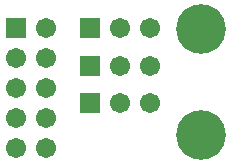
<source format=gbs>
G04*
G04 #@! TF.GenerationSoftware,Altium Limited,Altium Designer,19.1.5 (86)*
G04*
G04 Layer_Color=16711935*
%FSLAX25Y25*%
%MOIN*%
G70*
G01*
G75*
%ADD11C,0.16548*%
%ADD12C,0.06706*%
%ADD13R,0.06706X0.06706*%
%ADD14R,0.06706X0.06706*%
D11*
X451457Y420911D02*
D03*
Y456344D02*
D03*
D12*
X424449Y456535D02*
D03*
X434449D02*
D03*
X399508Y416715D02*
D03*
X389508D02*
D03*
X399508Y426716D02*
D03*
X389508D02*
D03*
X399508Y436716D02*
D03*
X389508D02*
D03*
X399508Y446715D02*
D03*
X389508D02*
D03*
X399508Y456715D02*
D03*
X424291Y444038D02*
D03*
X434291D02*
D03*
X424291Y431541D02*
D03*
X434291D02*
D03*
D13*
X414449Y456535D02*
D03*
X414291Y444038D02*
D03*
Y431541D02*
D03*
D14*
X389508Y456715D02*
D03*
M02*

</source>
